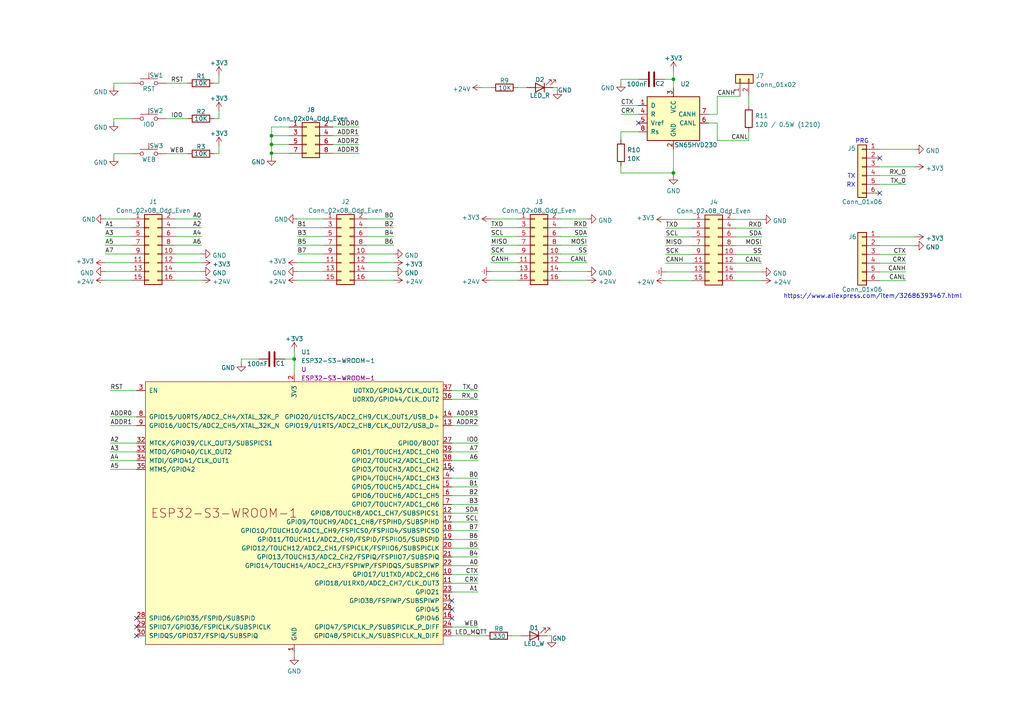
<source format=kicad_sch>
(kicad_sch (version 20211123) (generator eeschema)
  (paper "A4")
  (title_block (title "dvert") (date "2023-05-08") (rev "1.2") (company "www.iotvertebrae.com") (comment 1 "Mechanical design: Xavier Pi") (comment 2 "Circuit & PCB design: Jordi Binefa"))
  (lib_symbols
    (symbol "Connector_Generic:Conn_01x02" (pin_names (offset 1.016) hide)
      (property "Reference" "J" (at 0 2.54 0))
      (property "Value" "Conn_01x02" (at 0 -5.08 0))
      (symbol "Conn_01x02_1_1"
        (rectangle (start -1.27 -2.413) (end 0 -2.667) (stroke (width 0.1524)))
        (rectangle (start -1.27 0.127) (end 0 -0.127) (stroke (width 0.1524)))
        (rectangle (start -1.27 1.27) (end 1.27 -3.81) (stroke (width 0.254)) (fill (type background)))
        (pin passive line (at -5.08 0 0) (length 3.81) (name "Pin_1") (number "1"))
        (pin passive line (at -5.08 -2.54 0) (length 3.81) (name "Pin_2") (number "2"))
      )
    )
    (symbol "Connector_Generic:Conn_01x06" (pin_names (offset 1.016) hide)
      (property "Reference" "J" (at 0 7.62 0))
      (property "Value" "Conn_01x06" (at 0 -10.16 0))
      (symbol "Conn_01x06_1_1"
        (rectangle (start -1.27 -7.493) (end 0 -7.747) (stroke (width 0.1524)))
        (rectangle (start -1.27 -4.953) (end 0 -5.207) (stroke (width 0.1524)))
        (rectangle (start -1.27 -2.413) (end 0 -2.667) (stroke (width 0.1524)))
        (rectangle (start -1.27 0.127) (end 0 -0.127) (stroke (width 0.1524)))
        (rectangle (start -1.27 2.667) (end 0 2.413) (stroke (width 0.1524)))
        (rectangle (start -1.27 5.207) (end 0 4.953) (stroke (width 0.1524)))
        (rectangle (start -1.27 6.35) (end 1.27 -8.89) (stroke (width 0.254)) (fill (type background)))
        (pin passive line (at -5.08 5.08 0) (length 3.81) (name "Pin_1") (number "1"))
        (pin passive line (at -5.08 2.54 0) (length 3.81) (name "Pin_2") (number "2"))
        (pin passive line (at -5.08 0 0) (length 3.81) (name "Pin_3") (number "3"))
        (pin passive line (at -5.08 -2.54 0) (length 3.81) (name "Pin_4") (number "4"))
        (pin passive line (at -5.08 -5.08 0) (length 3.81) (name "Pin_5") (number "5"))
        (pin passive line (at -5.08 -7.62 0) (length 3.81) (name "Pin_6") (number "6"))
      )
    )
    (symbol "Connector_Generic:Conn_02x04_Odd_Even" (pin_names (offset 1.016) hide)
      (property "Reference" "J" (at 1.27 5.08 0))
      (property "Value" "Conn_02x04_Odd_Even" (at 1.27 -7.62 0))
      (symbol "Conn_02x04_Odd_Even_1_1"
        (rectangle (start -1.27 -4.953) (end 0 -5.207) (stroke (width 0.1524)))
        (rectangle (start -1.27 -2.413) (end 0 -2.667) (stroke (width 0.1524)))
        (rectangle (start -1.27 0.127) (end 0 -0.127) (stroke (width 0.1524)))
        (rectangle (start -1.27 2.667) (end 0 2.413) (stroke (width 0.1524)))
        (rectangle (start -1.27 3.81) (end 3.81 -6.35) (stroke (width 0.254)) (fill (type background)))
        (rectangle (start 3.81 -4.953) (end 2.54 -5.207) (stroke (width 0.1524)))
        (rectangle (start 3.81 -2.413) (end 2.54 -2.667) (stroke (width 0.1524)))
        (rectangle (start 3.81 0.127) (end 2.54 -0.127) (stroke (width 0.1524)))
        (rectangle (start 3.81 2.667) (end 2.54 2.413) (stroke (width 0.1524)))
        (pin passive line (at -5.08 2.54 0) (length 3.81) (name "Pin_1") (number "1"))
        (pin passive line (at 7.62 2.54 180) (length 3.81) (name "Pin_2") (number "2"))
        (pin passive line (at -5.08 0 0) (length 3.81) (name "Pin_3") (number "3"))
        (pin passive line (at 7.62 0 180) (length 3.81) (name "Pin_4") (number "4"))
        (pin passive line (at -5.08 -2.54 0) (length 3.81) (name "Pin_5") (number "5"))
        (pin passive line (at 7.62 -2.54 180) (length 3.81) (name "Pin_6") (number "6"))
        (pin passive line (at -5.08 -5.08 0) (length 3.81) (name "Pin_7") (number "7"))
        (pin passive line (at 7.62 -5.08 180) (length 3.81) (name "Pin_8") (number "8"))
      )
    )
    (symbol "Connector_Generic:Conn_02x08_Odd_Even" (pin_names (offset 1.016) hide)
      (property "Reference" "J" (at 1.27 10.16 0))
      (property "Value" "Conn_02x08_Odd_Even" (at 1.27 -12.7 0))
      (symbol "Conn_02x08_Odd_Even_1_1"
        (rectangle (start -1.27 -10.033) (end 0 -10.287) (stroke (width 0.1524)))
        (rectangle (start -1.27 -7.493) (end 0 -7.747) (stroke (width 0.1524)))
        (rectangle (start -1.27 -4.953) (end 0 -5.207) (stroke (width 0.1524)))
        (rectangle (start -1.27 -2.413) (end 0 -2.667) (stroke (width 0.1524)))
        (rectangle (start -1.27 0.127) (end 0 -0.127) (stroke (width 0.1524)))
        (rectangle (start -1.27 2.667) (end 0 2.413) (stroke (width 0.1524)))
        (rectangle (start -1.27 5.207) (end 0 4.953) (stroke (width 0.1524)))
        (rectangle (start -1.27 7.747) (end 0 7.493) (stroke (width 0.1524)))
        (rectangle (start -1.27 8.89) (end 3.81 -11.43) (stroke (width 0.254)) (fill (type background)))
        (rectangle (start 3.81 -10.033) (end 2.54 -10.287) (stroke (width 0.1524)))
        (rectangle (start 3.81 -7.493) (end 2.54 -7.747) (stroke (width 0.1524)))
        (rectangle (start 3.81 -4.953) (end 2.54 -5.207) (stroke (width 0.1524)))
        (rectangle (start 3.81 -2.413) (end 2.54 -2.667) (stroke (width 0.1524)))
        (rectangle (start 3.81 0.127) (end 2.54 -0.127) (stroke (width 0.1524)))
        (rectangle (start 3.81 2.667) (end 2.54 2.413) (stroke (width 0.1524)))
        (rectangle (start 3.81 5.207) (end 2.54 4.953) (stroke (width 0.1524)))
        (rectangle (start 3.81 7.747) (end 2.54 7.493) (stroke (width 0.1524)))
        (pin passive line (at -5.08 7.62 0) (length 3.81) (name "Pin_1") (number "1"))
        (pin passive line (at 7.62 -2.54 180) (length 3.81) (name "Pin_10") (number "10"))
        (pin passive line (at -5.08 -5.08 0) (length 3.81) (name "Pin_11") (number "11"))
        (pin passive line (at 7.62 -5.08 180) (length 3.81) (name "Pin_12") (number "12"))
        (pin passive line (at -5.08 -7.62 0) (length 3.81) (name "Pin_13") (number "13"))
        (pin passive line (at 7.62 -7.62 180) (length 3.81) (name "Pin_14") (number "14"))
        (pin passive line (at -5.08 -10.16 0) (length 3.81) (name "Pin_15") (number "15"))
        (pin passive line (at 7.62 -10.16 180) (length 3.81) (name "Pin_16") (number "16"))
        (pin passive line (at 7.62 7.62 180) (length 3.81) (name "Pin_2") (number "2"))
        (pin passive line (at -5.08 5.08 0) (length 3.81) (name "Pin_3") (number "3"))
        (pin passive line (at 7.62 5.08 180) (length 3.81) (name "Pin_4") (number "4"))
        (pin passive line (at -5.08 2.54 0) (length 3.81) (name "Pin_5") (number "5"))
        (pin passive line (at 7.62 2.54 180) (length 3.81) (name "Pin_6") (number "6"))
        (pin passive line (at -5.08 0 0) (length 3.81) (name "Pin_7") (number "7"))
        (pin passive line (at 7.62 0 180) (length 3.81) (name "Pin_8") (number "8"))
        (pin passive line (at -5.08 -2.54 0) (length 3.81) (name "Pin_9") (number "9"))
      )
    )
    (symbol "Device:C" (pin_numbers hide) (pin_names (offset 0.254))
      (property "Reference" "C" (at 0.635 2.54 0))
      (property "Value" "C" (at 0.635 -2.54 0))
      (symbol "C_0_1"
        (polyline (pts (xy -2.032 -0.762) (xy 2.032 -0.762)) (stroke (width 0.508)))
        (polyline (pts (xy -2.032 0.762) (xy 2.032 0.762)) (stroke (width 0.508)))
      )
      (symbol "C_1_1"
        (pin passive line (at 0 3.81 270) (length 2.794) (name "~") (number "1"))
        (pin passive line (at 0 -3.81 90) (length 2.794) (name "~") (number "2"))
      )
    )
    (symbol "Device:LED" (pin_numbers hide) (pin_names (offset 1.016) hide)
      (property "Reference" "D" (at 0 2.54 0))
      (property "Value" "LED" (at 0 -2.54 0))
      (symbol "LED_0_1"
        (polyline (pts (xy -1.27 -1.27) (xy -1.27 1.27)) (stroke (width 0.254)))
        (polyline (pts (xy -1.27 0) (xy 1.27 0)))
        (polyline (pts (xy 1.27 -1.27) (xy 1.27 1.27) (xy -1.27 0) (xy 1.27 -1.27)) (stroke (width 0.254)))
        (polyline (pts (xy -3.048 -0.762) (xy -4.572 -2.286) (xy -3.81 -2.286) (xy -4.572 -2.286) (xy -4.572 -1.524)))
        (polyline (pts (xy -1.778 -0.762) (xy -3.302 -2.286) (xy -2.54 -2.286) (xy -3.302 -2.286) (xy -3.302 -1.524)))
      )
      (symbol "LED_1_1"
        (pin passive line (at -3.81 0 0) (length 2.54) (name "K") (number "1"))
        (pin passive line (at 3.81 0 180) (length 2.54) (name "A") (number "2"))
      )
    )
    (symbol "Device:R" (pin_numbers hide) (pin_names (offset 0))
      (property "Reference" "R" (at 2.032 0 90))
      (property "Value" "R" (at 0 0 90))
      (symbol "R_0_1"
        (rectangle (start -1.016 -2.54) (end 1.016 2.54) (stroke (width 0.254)))
      )
      (symbol "R_1_1"
        (pin passive line (at 0 3.81 270) (length 1.27) (name "~") (number "1"))
        (pin passive line (at 0 -3.81 90) (length 1.27) (name "~") (number "2"))
      )
    )
    (symbol "Espressif:ESP32-S3-WROOM-1" (pin_names (offset 1.016))
      (property "Value" "ESP32-S3-WROOM-1" (at 0 0 0))
      (property "Reference_1" "U" (at -43.18 43.18 0))
      (property "Value_1" "ESP32-S3-WROOM-1" (at -43.18 40.64 0))
      (symbol "ESP32-S3-WROOM-1_0_0"
        (text "ESP32-S3-WROOM-1" (at -20.32 0 0) (effects (font (size 2.54 2.54))))
        (pin power_in line (at 0 -40.64 90) (length 2.54) (name "GND") (number "1"))
        (pin bidirectional line (at 45.72 -17.78 180) (length 2.54) (name "GPIO17/U1TXD/ADC2_CH6") (number "10"))
        (pin bidirectional line (at 45.72 -20.32 180) (length 2.54) (name "GPIO18/U1RXD/ADC2_CH7/CLK_OUT3") (number "11"))
        (pin bidirectional line (at 45.72 0 180) (length 2.54) (name "GPIO8/TOUCH8/ADC1_CH7/SUBSPICS1") (number "12"))
        (pin bidirectional line (at 45.72 25.4 180) (length 2.54) (name "GPIO19/U1RTS/ADC2_CH8/CLK_OUT2/USB_D-") (number "13"))
        (pin bidirectional line (at 45.72 27.94 180) (length 2.54) (name "GPIO20/U1CTS/ADC2_CH9/CLK_OUT1/USB_D+") (number "14"))
        (pin bidirectional line (at 45.72 12.7 180) (length 2.54) (name "GPIO3/TOUCH3/ADC1_CH2") (number "15"))
        (pin bidirectional line (at 45.72 -30.48 180) (length 2.54) (name "GPIO46") (number "16"))
        (pin bidirectional line (at 45.72 -2.54 180) (length 2.54) (name "GPIO9/TOUCH9/ADC1_CH8/FSPIHD/SUBSPIHD") (number "17"))
        (pin bidirectional line (at 45.72 -5.08 180) (length 2.54) (name "GPIO10/TOUCH10/ADC1_CH9/FSPICS0/FSPIIO4/SUBSPICS0") (number "18"))
        (pin bidirectional line (at 45.72 -7.62 180) (length 2.54) (name "GPIO11/TOUCH11/ADC2_CH0/FSPID/FSPIIO5/SUBSPID") (number "19"))
        (pin power_in line (at 0 40.64 270) (length 2.54) (name "3V3") (number "2"))
        (pin bidirectional line (at 45.72 -10.16 180) (length 2.54) (name "GPIO12/TOUCH12/ADC2_CH1/FSPICLK/FSPIIO6/SUBSPICLK") (number "20"))
        (pin bidirectional line (at 45.72 -12.7 180) (length 2.54) (name "GPIO13/TOUCH13/ADC2_CH2/FSPIQ/FSPIIO7/SUBSPIQ") (number "21"))
        (pin bidirectional line (at 45.72 -15.24 180) (length 2.54) (name "GPIO14/TOUCH14/ADC2_CH3/FSPIWP/FSPIDQS/SUBSPIWP") (number "22"))
        (pin bidirectional line (at 45.72 -22.86 180) (length 2.54) (name "GPIO21") (number "23"))
        (pin bidirectional line (at 45.72 -33.02 180) (length 2.54) (name "GPIO47/SPICLK_P/SUBSPICLK_P_DIFF") (number "24"))
        (pin bidirectional line (at 45.72 -35.56 180) (length 2.54) (name "GPIO48/SPICLK_N/SUBSPICLK_N_DIFF") (number "25"))
        (pin bidirectional line (at 45.72 -27.94 180) (length 2.54) (name "GPIO45") (number "26"))
        (pin bidirectional line (at 45.72 20.32 180) (length 2.54) (name "GPIO0/BOOT") (number "27"))
        (pin bidirectional line (at -45.72 -30.48 0) (length 2.54) (name "SPIIO6/GPIO35/FSPID/SUBSPID") (number "28"))
        (pin bidirectional line (at -45.72 -33.02 0) (length 2.54) (name "SPIIO7/GPIO36/FSPICLK/SUBSPICLK") (number "29"))
        (pin input line (at -45.72 35.56 0) (length 2.54) (name "EN") (number "3"))
        (pin bidirectional line (at -45.72 -35.56 0) (length 2.54) (name "SPIDQS/GPIO37/FSPIQ/SUBSPIQ") (number "30"))
        (pin bidirectional line (at 45.72 -25.4 180) (length 2.54) (name "GPIO38/FSPIWP/SUBSPIWP") (number "31"))
        (pin bidirectional line (at -45.72 20.32 0) (length 2.54) (name "MTCK/GPIO39/CLK_OUT3/SUBSPICS1") (number "32"))
        (pin bidirectional line (at -45.72 17.78 0) (length 2.54) (name "MTDO/GPIO40/CLK_OUT2") (number "33"))
        (pin bidirectional line (at -45.72 15.24 0) (length 2.54) (name "MTDI/GPIO41/CLK_OUT1") (number "34"))
        (pin bidirectional line (at -45.72 12.7 0) (length 2.54) (name "MTMS/GPIO42") (number "35"))
        (pin bidirectional line (at 45.72 33.02 180) (length 2.54) (name "U0RXD/GPIO44/CLK_OUT2") (number "36"))
        (pin bidirectional line (at 45.72 35.56 180) (length 2.54) (name "U0TXD/GPIO43/CLK_OUT1") (number "37"))
        (pin bidirectional line (at 45.72 15.24 180) (length 2.54) (name "GPIO2/TOUCH2/ADC1_CH1") (number "38"))
        (pin bidirectional line (at 45.72 17.78 180) (length 2.54) (name "GPIO1/TOUCH1/ADC1_CH0") (number "39"))
        (pin bidirectional line (at 45.72 10.16 180) (length 2.54) (name "GPIO4/TOUCH4/ADC1_CH3") (number "4"))
        (pin passive line (at 0 -40.64 90) (length 2.54) hide (name "GND") (number "40"))
        (pin passive line (at 0 -40.64 90) (length 2.54) hide (name "GND") (number "41"))
        (pin bidirectional line (at 45.72 7.62 180) (length 2.54) (name "GPIO5/TOUCH5/ADC1_CH4") (number "5"))
        (pin bidirectional line (at 45.72 5.08 180) (length 2.54) (name "GPIO6/TOUCH6/ADC1_CH5") (number "6"))
        (pin bidirectional line (at 45.72 2.54 180) (length 2.54) (name "GPIO7/TOUCH7/ADC1_CH6") (number "7"))
        (pin bidirectional line (at -45.72 27.94 0) (length 2.54) (name "GPIO15/U0RTS/ADC2_CH4/XTAL_32K_P") (number "8"))
        (pin bidirectional line (at -45.72 25.4 0) (length 2.54) (name "GPIO16/U0CTS/ADC2_CH5/XTAL_32K_N") (number "9"))
      )
      (symbol "ESP32-S3-WROOM-1_0_1"
        (rectangle (start -43.18 38.1) (end 43.18 -38.1) (fill (type background)))
      )
    )
    (symbol "Interface_CAN_LIN:SN65HVD230" (pin_names (offset 1.016))
      (property "Reference" "U" (at -2.54 10.16 0))
      (property "Value" "SN65HVD230" (at -2.54 7.62 0))
      (symbol "SN65HVD230_0_1"
        (rectangle (start -7.62 5.08) (end 7.62 -7.62) (stroke (width 0.254)) (fill (type background)))
      )
      (symbol "SN65HVD230_1_1"
        (pin input line (at -10.16 2.54 0) (length 2.54) (name "D") (number "1"))
        (pin power_in line (at 0 -10.16 90) (length 2.54) (name "GND") (number "2"))
        (pin power_in line (at 0 7.62 270) (length 2.54) (name "VCC") (number "3"))
        (pin output line (at -10.16 0 0) (length 2.54) (name "R") (number "4"))
        (pin output line (at -10.16 -2.54 0) (length 2.54) (name "Vref") (number "5"))
        (pin bidirectional line (at 10.16 -2.54 180) (length 2.54) (name "CANL") (number "6"))
        (pin bidirectional line (at 10.16 0 180) (length 2.54) (name "CANH") (number "7"))
        (pin input line (at -10.16 -5.08 0) (length 2.54) (name "Rs") (number "8"))
      )
    )
    (symbol "Switch:SW_Push" (pin_numbers hide) (pin_names (offset 1.016) hide)
      (property "Reference" "SW" (at 1.27 2.54 0))
      (property "Value" "SW_Push" (at 0 -1.524 0))
      (symbol "SW_Push_0_1"
        (circle (center -2.032 0) (radius 0.508))
        (polyline (pts (xy 0 1.27) (xy 0 3.048)))
        (polyline (pts (xy 2.54 1.27) (xy -2.54 1.27)))
        (circle (center 2.032 0) (radius 0.508))
        (pin passive line (at -5.08 0 0) (length 2.54) (name "1") (number "1"))
        (pin passive line (at 5.08 0 180) (length 2.54) (name "2") (number "2"))
      )
    )
    (symbol "power:+24V" (power) (pin_names (offset 0))
      (property "Value" "+24V" (at 0 3.556 0))
      (symbol "+24V_0_1"
        (polyline (pts (xy -0.762 1.27) (xy 0 2.54)))
        (polyline (pts (xy 0 0) (xy 0 2.54)))
        (polyline (pts (xy 0 2.54) (xy 0.762 1.27)))
      )
      (symbol "+24V_1_1"
        (pin power_in line (at 0 0 90) (length 0) hide (name "+24V") (number "1"))
      )
    )
    (symbol "power:+3V3" (power) (pin_names (offset 0))
      (property "Value" "+3V3" (at 0 3.556 0))
      (symbol "+3V3_0_1"
        (polyline (pts (xy -0.762 1.27) (xy 0 2.54)))
        (polyline (pts (xy 0 0) (xy 0 2.54)))
        (polyline (pts (xy 0 2.54) (xy 0.762 1.27)))
      )
      (symbol "+3V3_1_1"
        (pin power_in line (at 0 0 90) (length 0) hide (name "+3V3") (number "1"))
      )
    )
    (symbol "power:Earth" (power) (pin_names (offset 0))
      (symbol "Earth_0_1"
        (polyline (pts (xy -0.635 -1.905) (xy 0.635 -1.905)))
        (polyline (pts (xy -0.127 -2.54) (xy 0.127 -2.54)))
        (polyline (pts (xy 0 -1.27) (xy 0 0)))
        (polyline (pts (xy 1.27 -1.27) (xy -1.27 -1.27)))
      )
      (symbol "Earth_1_1"
        (pin power_in line (at 0 0 270) (length 0) hide (name "Earth") (number "1"))
      )
    )
    (symbol "power:GND" (power) (pin_names (offset 0))
      (property "Value" "GND" (at 0 -3.81 0))
      (symbol "GND_0_1"
        (polyline (pts (xy 0 0) (xy 0 -1.27) (xy 1.27 -1.27) (xy 0 -2.54) (xy -1.27 -1.27) (xy 0 -1.27)))
      )
      (symbol "GND_1_1"
        (pin power_in line (at 0 0 270) (length 0) hide (name "GND") (number "1"))
      )
    )
  )
  (junction (at 195.326 50.165))
  (junction (at 78.74 39.37))
  (junction (at 85.344 104.14))
  (junction (at 78.74 44.45))
  (junction (at 195.326 22.987))
  (junction (at 78.74 41.91))
  (no_connect (at 131.064 136.144))
  (no_connect (at 39.624 179.324))
  (no_connect (at 131.064 174.244))
  (no_connect (at 255.143 45.847))
  (no_connect (at 255.143 56.007))
  (no_connect (at 39.624 184.404))
  (no_connect (at 39.624 181.864))
  (no_connect (at 131.064 176.784))
  (no_connect (at 131.064 179.324))
  (no_connect (at 185.166 35.687))
  (wire (pts (xy 78.74 44.45) (xy 83.82 44.45)))
  (wire (pts (xy 48.26 24.13) (xy 54.483 24.13)))
  (wire (pts (xy 149.987 66.04) (xy 142.367 66.04)))
  (wire (pts (xy 160.02 184.404) (xy 160.02 185.166)))
  (wire (pts (xy 195.326 22.987) (xy 195.326 25.527)))
  (wire (pts (xy 200.66 63.627) (xy 193.04 63.627)))
  (wire (pts (xy 170.307 81.28) (xy 162.687 81.28)))
  (wire (pts (xy 33.02 34.417) (xy 33.02 35.433)))
  (wire (pts (xy 131.064 184.404) (xy 140.843 184.404)))
  (wire (pts (xy 220.98 81.407) (xy 213.36 81.407)))
  (wire (pts (xy 63.5 42.291) (xy 63.5 44.577)))
  (wire (pts (xy 85.344 104.14) (xy 85.344 108.204)))
  (wire (pts (xy 200.66 81.407) (xy 193.04 81.407)))
  (wire (pts (xy 33.02 44.577) (xy 33.02 45.593)))
  (wire (pts (xy 50.8 76.2) (xy 58.42 76.2)))
  (wire (pts (xy 32.004 123.444) (xy 39.624 123.444)))
  (wire (pts (xy 170.307 78.74) (xy 162.687 78.74)))
  (wire (pts (xy 58.42 68.58) (xy 50.8 68.58)))
  (wire (pts (xy 58.42 63.5) (xy 50.8 63.5)))
  (wire (pts (xy 170.307 73.66) (xy 162.687 73.66)))
  (wire (pts (xy 96.52 44.45) (xy 104.14 44.45)))
  (wire (pts (xy 200.66 76.327) (xy 193.04 76.327)))
  (wire (pts (xy 149.987 73.66) (xy 142.367 73.66)))
  (wire (pts (xy 131.064 131.064) (xy 138.684 131.064)))
  (wire (pts (xy 93.853 66.04) (xy 86.233 66.04)))
  (wire (pts (xy 69.977 104.14) (xy 69.977 105.156)))
  (wire (pts (xy 78.74 41.91) (xy 78.74 44.45)))
  (wire (pts (xy 78.74 41.91) (xy 83.82 41.91)))
  (wire (pts (xy 93.853 63.5) (xy 86.233 63.5)))
  (wire (pts (xy 255.143 53.467) (xy 262.763 53.467)))
  (wire (pts (xy 255.143 43.307) (xy 265.303 43.307)))
  (wire (pts (xy 93.853 78.74) (xy 86.233 78.74)))
  (wire (pts (xy 149.987 63.5) (xy 142.367 63.5)))
  (wire (pts (xy 82.677 104.14) (xy 85.344 104.14)))
  (wire (pts (xy 131.064 166.624) (xy 138.684 166.624)))
  (wire (pts (xy 180.086 22.987) (xy 180.086 24.003)))
  (wire (pts (xy 131.064 159.004) (xy 138.684 159.004)))
  (wire (pts (xy 58.42 71.12) (xy 50.8 71.12)))
  (wire (pts (xy 185.166 22.987) (xy 180.086 22.987)))
  (wire (pts (xy 78.74 36.83) (xy 78.74 39.37)))
  (wire (pts (xy 220.98 63.627) (xy 213.36 63.627)))
  (wire (pts (xy 131.064 143.764) (xy 138.684 143.764)))
  (wire (pts (xy 205.486 33.147) (xy 208.026 33.147)))
  (wire (pts (xy 131.064 164.084) (xy 138.684 164.084)))
  (wire (pts (xy 96.52 39.37) (xy 104.14 39.37)))
  (wire (pts (xy 96.52 36.83) (xy 104.14 36.83)))
  (wire (pts (xy 62.103 34.417) (xy 63.5 34.417)))
  (wire (pts (xy 131.064 141.224) (xy 138.684 141.224)))
  (wire (pts (xy 255.143 68.707) (xy 265.303 68.707)))
  (wire (pts (xy 255.143 78.867) (xy 262.763 78.867)))
  (wire (pts (xy 58.42 66.04) (xy 50.8 66.04)))
  (wire (pts (xy 255.143 71.247) (xy 265.303 71.247)))
  (wire (pts (xy 62.103 44.577) (xy 63.5 44.577)))
  (wire (pts (xy 200.66 78.867) (xy 193.04 78.867)))
  (wire (pts (xy 220.98 68.707) (xy 213.36 68.707)))
  (wire (pts (xy 38.1 24.13) (xy 33.02 24.13)))
  (wire (pts (xy 149.987 78.74) (xy 142.367 78.74)))
  (wire (pts (xy 58.42 81.28) (xy 50.8 81.28)))
  (wire (pts (xy 38.1 66.04) (xy 30.48 66.04)))
  (wire (pts (xy 180.086 30.607) (xy 185.166 30.607)))
  (wire (pts (xy 38.1 71.12) (xy 30.48 71.12)))
  (wire (pts (xy 32.004 133.604) (xy 39.624 133.604)))
  (wire (pts (xy 170.307 63.5) (xy 162.687 63.5)))
  (wire (pts (xy 131.064 133.604) (xy 138.684 133.604)))
  (wire (pts (xy 160.401 25.4) (xy 161.671 25.4)))
  (wire (pts (xy 180.086 48.133) (xy 180.086 50.165)))
  (wire (pts (xy 63.5 32.131) (xy 63.5 34.417)))
  (wire (pts (xy 38.1 63.5) (xy 30.48 63.5)))
  (wire (pts (xy 131.064 171.704) (xy 138.684 171.704)))
  (wire (pts (xy 131.064 169.164) (xy 138.684 169.164)))
  (wire (pts (xy 114.173 66.04) (xy 106.553 66.04)))
  (wire (pts (xy 180.086 33.147) (xy 185.166 33.147)))
  (wire (pts (xy 131.064 161.544) (xy 138.684 161.544)))
  (wire (pts (xy 208.026 40.767) (xy 208.026 35.687)))
  (wire (pts (xy 32.004 131.064) (xy 39.624 131.064)))
  (wire (pts (xy 200.66 73.787) (xy 193.04 73.787)))
  (wire (pts (xy 200.66 66.167) (xy 193.04 66.167)))
  (wire (pts (xy 32.004 113.284) (xy 39.624 113.284)))
  (wire (pts (xy 38.1 68.58) (xy 30.48 68.58)))
  (wire (pts (xy 131.064 151.384) (xy 138.684 151.384)))
  (wire (pts (xy 255.143 76.327) (xy 262.763 76.327)))
  (wire (pts (xy 48.26 34.417) (xy 54.483 34.417)))
  (wire (pts (xy 208.026 27.94) (xy 208.026 33.147)))
  (wire (pts (xy 58.42 73.66) (xy 50.8 73.66)))
  (wire (pts (xy 78.74 39.37) (xy 83.82 39.37)))
  (wire (pts (xy 114.173 63.5) (xy 106.553 63.5)))
  (wire (pts (xy 149.987 68.58) (xy 142.367 68.58)))
  (wire (pts (xy 85.344 189.484) (xy 85.344 190.246)))
  (wire (pts (xy 220.98 78.867) (xy 213.36 78.867)))
  (wire (pts (xy 38.1 76.2) (xy 30.48 76.2)))
  (wire (pts (xy 114.173 73.66) (xy 106.553 73.66)))
  (wire (pts (xy 255.143 48.387) (xy 265.303 48.387)))
  (wire (pts (xy 48.26 44.577) (xy 54.483 44.577)))
  (wire (pts (xy 114.173 71.12) (xy 106.553 71.12)))
  (wire (pts (xy 131.064 115.824) (xy 138.684 115.824)))
  (wire (pts (xy 63.5 21.844) (xy 63.5 24.13)))
  (wire (pts (xy 32.004 120.904) (xy 39.624 120.904)))
  (wire (pts (xy 131.064 120.904) (xy 138.684 120.904)))
  (wire (pts (xy 93.853 76.2) (xy 86.233 76.2)))
  (wire (pts (xy 170.307 68.58) (xy 162.687 68.58)))
  (wire (pts (xy 114.173 78.74) (xy 106.553 78.74)))
  (wire (pts (xy 195.326 20.447) (xy 195.326 22.987)))
  (wire (pts (xy 38.1 73.66) (xy 30.48 73.66)))
  (wire (pts (xy 195.326 50.165) (xy 195.326 50.927)))
  (wire (pts (xy 38.1 34.417) (xy 33.02 34.417)))
  (wire (pts (xy 255.143 73.787) (xy 262.763 73.787)))
  (wire (pts (xy 85.344 101.854) (xy 85.344 104.14)))
  (wire (pts (xy 208.026 35.687) (xy 205.486 35.687)))
  (wire (pts (xy 208.026 40.767) (xy 217.17 40.767)))
  (wire (pts (xy 83.82 36.83) (xy 78.74 36.83)))
  (wire (pts (xy 255.143 81.407) (xy 262.763 81.407)))
  (wire (pts (xy 96.52 41.91) (xy 104.14 41.91)))
  (wire (pts (xy 114.173 68.58) (xy 106.553 68.58)))
  (wire (pts (xy 195.326 43.307) (xy 195.326 50.165)))
  (wire (pts (xy 131.064 123.444) (xy 138.684 123.444)))
  (wire (pts (xy 185.166 38.227) (xy 180.086 38.227)))
  (wire (pts (xy 78.74 39.37) (xy 78.74 41.91)))
  (wire (pts (xy 93.853 71.12) (xy 86.233 71.12)))
  (wire (pts (xy 131.064 148.844) (xy 138.684 148.844)))
  (wire (pts (xy 255.143 50.927) (xy 262.763 50.927)))
  (wire (pts (xy 131.064 156.464) (xy 138.684 156.464)))
  (wire (pts (xy 213.36 76.327) (xy 220.98 76.327)))
  (wire (pts (xy 106.553 76.2) (xy 114.173 76.2)))
  (wire (pts (xy 217.17 38.227) (xy 217.17 40.767)))
  (wire (pts (xy 149.987 76.2) (xy 142.367 76.2)))
  (wire (pts (xy 200.66 71.247) (xy 193.04 71.247)))
  (wire (pts (xy 75.057 104.14) (xy 69.977 104.14)))
  (wire (pts (xy 93.853 81.28) (xy 86.233 81.28)))
  (wire (pts (xy 93.853 73.66) (xy 86.233 73.66)))
  (wire (pts (xy 58.42 78.74) (xy 50.8 78.74)))
  (wire (pts (xy 131.064 153.924) (xy 138.684 153.924)))
  (wire (pts (xy 33.02 24.13) (xy 33.02 25.146)))
  (wire (pts (xy 217.17 27.94) (xy 217.17 30.607)))
  (wire (pts (xy 220.98 71.247) (xy 213.36 71.247)))
  (wire (pts (xy 158.75 184.404) (xy 160.02 184.404)))
  (wire (pts (xy 192.786 22.987) (xy 195.326 22.987)))
  (wire (pts (xy 131.064 113.284) (xy 138.684 113.284)))
  (wire (pts (xy 170.307 66.04) (xy 162.687 66.04)))
  (wire (pts (xy 38.1 78.74) (xy 30.48 78.74)))
  (wire (pts (xy 131.064 128.524) (xy 138.684 128.524)))
  (wire (pts (xy 170.307 71.12) (xy 162.687 71.12)))
  (wire (pts (xy 214.63 27.94) (xy 208.026 27.94)))
  (wire (pts (xy 220.98 73.787) (xy 213.36 73.787)))
  (wire (pts (xy 149.987 71.12) (xy 142.367 71.12)))
  (wire (pts (xy 200.66 68.707) (xy 193.04 68.707)))
  (wire (pts (xy 220.98 66.167) (xy 213.36 66.167)))
  (wire (pts (xy 162.687 76.2) (xy 170.307 76.2)))
  (wire (pts (xy 149.987 81.28) (xy 142.367 81.28)))
  (wire (pts (xy 150.114 25.4) (xy 152.781 25.4)))
  (wire (pts (xy 180.086 38.227) (xy 180.086 40.513)))
  (wire (pts (xy 161.671 25.4) (xy 161.671 26.162)))
  (wire (pts (xy 62.103 24.13) (xy 63.5 24.13)))
  (wire (pts (xy 131.064 181.864) (xy 138.684 181.864)))
  (wire (pts (xy 180.086 50.165) (xy 195.326 50.165)))
  (wire (pts (xy 38.1 44.577) (xy 33.02 44.577)))
  (wire (pts (xy 38.1 81.28) (xy 30.48 81.28)))
  (wire (pts (xy 131.064 146.304) (xy 138.684 146.304)))
  (wire (pts (xy 32.004 128.524) (xy 39.624 128.524)))
  (wire (pts (xy 78.74 44.45) (xy 78.74 45.466)))
  (wire (pts (xy 93.853 68.58) (xy 86.233 68.58)))
  (wire (pts (xy 139.7 25.4) (xy 142.494 25.4)))
  (wire (pts (xy 32.004 136.144) (xy 39.624 136.144)))
  (wire (pts (xy 131.064 138.684) (xy 138.684 138.684)))
  (wire (pts (xy 114.173 81.28) (xy 106.553 81.28)))
  (wire (pts (xy 148.463 184.404) (xy 151.13 184.404)))
  (text "RX" (at 245.491 54.483 0) (effects (font (size 1.27 1.27)) (justify left bottom)))
  (text "https://www.aliexpress.com/item/32686393467.html" (at 227.203 86.741 0) (effects (font (size 1.27 1.27)) (justify left bottom)))
  (text "TX" (at 245.745 51.943 0) (effects (font (size 1.27 1.27)) (justify left bottom)))
  (text "PRG" (at 248.031 41.783 0) (effects (font (size 1.27 1.27)) (justify left bottom)))
  (label "SCK" (at 142.367 73.66 0))
  (label "A4" (at 32.004 133.604 0))
  (label "CANH" (at 193.04 76.327 0))
  (label "A5" (at 30.48 71.12 0))
  (label "TXD" (at 193.04 66.167 0))
  (label "RX_0" (at 138.684 115.824 180))
  (label "ADDR0" (at 104.14 36.83 180))
  (label "TXD" (at 142.367 66.04 0))
  (label "SS" (at 220.98 73.787 180))
  (label "CANH" (at 208.026 27.94 0))
  (label "B3" (at 86.233 68.58 0))
  (label "A0" (at 138.684 164.084 180))
  (label "B1" (at 86.233 66.04 0))
  (label "ADDR3" (at 138.684 120.904 180))
  (label "RXD" (at 220.98 66.167 180))
  (label "RST" (at 32.004 113.284 0))
  (label "TX_0" (at 138.684 113.284 180))
  (label "A5" (at 32.004 136.144 0))
  (label "ADDR1" (at 104.14 39.37 180))
  (label "A6" (at 58.42 71.12 180))
  (label "B6" (at 114.173 71.12 180))
  (label "ADDR2" (at 138.684 123.444 180))
  (label "A1" (at 30.48 66.04 0))
  (label "ADDR2" (at 104.14 41.91 180))
  (label "A1" (at 138.684 171.704 180))
  (label "SCL" (at 193.04 68.707 0))
  (label "RST" (at 53.213 24.13 180))
  (label "A3" (at 30.48 68.58 0))
  (label "A3" (at 32.004 131.064 0))
  (label "B5" (at 138.684 159.004 180))
  (label "A2" (at 32.004 128.524 0))
  (label "B4" (at 138.684 161.544 180))
  (label "A0" (at 58.42 63.5 180))
  (label "A2" (at 58.42 66.04 180))
  (label "LED_MQTT" (at 131.953 184.404 0))
  (label "B1" (at 138.684 141.224 180))
  (label "B6" (at 138.684 156.464 180))
  (label "MOSI" (at 170.307 71.12 180))
  (label "WEB" (at 138.684 181.864 180))
  (label "SCK" (at 193.04 73.787 0))
  (label "A7" (at 30.48 73.66 0))
  (label "IO0" (at 138.684 128.524 180))
  (label "B0" (at 138.684 138.684 180))
  (label "ADDR0" (at 32.004 120.904 0))
  (label "B4" (at 114.173 68.58 180))
  (label "CRX" (at 262.763 76.327 180))
  (label "B5" (at 86.233 71.12 0))
  (label "CRX" (at 180.086 33.147 0))
  (label "B0" (at 114.173 63.5 180))
  (label "A7" (at 138.684 131.064 180))
  (label "MISO" (at 142.367 71.12 0))
  (label "MOSI" (at 220.98 71.247 180))
  (label "CRX" (at 138.684 169.164 180))
  (label "SDA" (at 138.684 148.844 180))
  (label "RX_0" (at 262.763 50.927 180))
  (label "RXD" (at 170.307 66.04 180))
  (label "CANH" (at 142.367 76.2 0))
  (label "TX_0" (at 262.763 53.467 180))
  (label "CTX" (at 180.086 30.607 0))
  (label "A6" (at 138.684 133.604 180))
  (label "CANL" (at 170.307 76.2 180))
  (label "ADDR3" (at 104.14 44.45 180))
  (label "MISO" (at 193.04 71.247 0))
  (label "B2" (at 114.173 66.04 180))
  (label "B7" (at 86.233 73.66 0))
  (label "SDA" (at 220.98 68.707 180))
  (label "CTX" (at 262.763 73.787 180))
  (label "A4" (at 58.42 68.58 180))
  (label "SS" (at 170.307 73.66 180))
  (label "IO0" (at 52.959 34.417 180))
  (label "SCL" (at 138.684 151.384 180))
  (label "CANL" (at 220.98 76.327 180))
  (label "CANL" (at 212.09 40.767 0))
  (label "B7" (at 138.684 153.924 180))
  (label "B3" (at 138.684 146.304 180))
  (label "SDA" (at 170.307 68.58 180))
  (label "CANL" (at 262.763 81.407 180))
  (label "CTX" (at 138.684 166.624 180))
  (label "WEB" (at 53.34 44.577 180))
  (label "B2" (at 138.684 143.764 180))
  (label "CANH" (at 262.763 78.867 180))
  (label "SCL" (at 142.367 68.58 0))
  (label "ADDR1" (at 32.004 123.444 0))
  (symbol (lib_id "power:+3V3") (at 63.5 42.291 0) (unit 1)
    (property "Reference" "#PWR014" (effects hide))
    (property "Value" "+3V3" (at 63.5 38.7152 0))
  )
  (symbol (lib_id "power:+3V3") (at 58.42 76.2 270) (unit 1)
    (property "Reference" "#PWR09" (effects hide))
    (property "Value" "+3V3" (at 61.595 76.6338 90) (effects (justify left)))
  )
  (symbol (lib_id "Connector_Generic:Conn_02x04_Odd_Even") (at 88.9 39.37 0) (unit 1)
    (property "Reference" "J8" (at 90.17 31.8602 0))
    (property "Value" "Conn_02x04_Odd_Even" (at 90.17 34.3971 0))
    (property "Footprint" "Connector_PinHeader_2.54mm:PinHeader_2x04_P2.54mm_Vertical" (effects hide))
  )
  (symbol (lib_id "Connector_Generic:Conn_01x06") (at 250.063 48.387 0) (mirror y) (unit 1)
    (property "Reference" "J5" (at 247.015 43.053 0))
    (property "Value" "Conn_01x06" (at 250.063 58.547 0))
    (property "Footprint" "Connector_PinSocket_2.54mm:PinSocket_1x06_P2.54mm_Vertical" (effects hide))
  )
  (symbol (lib_id "power:+3V3") (at 142.367 63.5 90) (unit 1)
    (property "Reference" "#PWR029" (effects hide))
    (property "Value" "+3V3" (at 139.192 63.0662 90) (effects (justify left)))
  )
  (symbol (lib_id "power:+24V") (at 58.42 81.28 270) (unit 1)
    (property "Reference" "#PWR011" (effects hide))
    (property "Value" "+24V" (at 61.595 81.7138 90) (effects (justify left)))
  )
  (symbol (lib_id "power:+3V3") (at 114.173 76.2 270) (unit 1)
    (property "Reference" "#PWR025" (effects hide))
    (property "Value" "+3V3" (at 117.348 76.6338 90) (effects (justify left)))
  )
  (symbol (lib_id "Connector_Generic:Conn_02x08_Odd_Even") (at 43.18 71.12 0) (unit 1)
    (property "Reference" "J1" (at 44.45 58.5302 0))
    (property "Value" "Conn_02x08_Odd_Even" (at 44.45 61.0671 0))
    (property "Footprint" "Connector_IDC:IDC-Header_2x08_P2.54mm_Vertical" (effects hide))
  )
  (symbol (lib_id "Device:C") (at 188.976 22.987 90) (unit 1)
    (property "Reference" "C2" (at 191.389 24.257 90))
    (property "Value" "100nF" (at 184.785 24.384 90))
    (property "Footprint" "Capacitor_SMD:C_0805_2012Metric_Pad1.18x1.45mm_HandSolder" (effects hide))
  )
  (symbol (lib_id "power:GND") (at 33.02 25.146 0) (unit 1)
    (property "Reference" "#PWR05" (effects hide))
    (property "Value" "GND" (at 29.21 26.67 0))
  )
  (symbol (lib_id "power:GND") (at 220.98 78.867 90) (unit 1)
    (property "Reference" "#PWR044" (effects hide))
    (property "Value" "GND" (at 224.155 79.3008 90) (effects (justify right)))
  )
  (symbol (lib_id "power:+24V") (at 86.233 81.28 90) (unit 1)
    (property "Reference" "#PWR022" (effects hide))
    (property "Value" "+24V" (at 83.058 81.7138 90) (effects (justify left)))
  )
  (symbol (lib_id "power:GND") (at 85.344 190.246 0) (unit 1)
    (property "Reference" "#PWR018" (effects hide))
    (property "Value" "GND" (at 85.344 194.6894 0))
  )
  (symbol (lib_id "power:+24V") (at 114.173 81.28 270) (unit 1)
    (property "Reference" "#PWR027" (effects hide))
    (property "Value" "+24V" (at 117.348 81.7138 90) (effects (justify left)))
  )
  (symbol (lib_id "power:Earth") (at 193.04 78.867 270) (unit 1)
    (property "Reference" "#PWR039" (effects hide))
    (property "Value" "Earth" (effects hide))
  )
  (symbol (lib_id "Device:R") (at 146.304 25.4 90) (unit 1)
    (property "Reference" "R9" (at 146.304 23.368 90))
    (property "Value" "10K" (at 146.431 25.527 90))
    (property "Footprint" "Resistor_SMD:R_0805_2012Metric_Pad1.20x1.40mm_HandSolder" (effects hide))
  )
  (symbol (lib_id "power:+24V") (at 139.7 25.4 90) (unit 1)
    (property "Reference" "#PWR028" (effects hide))
    (property "Value" "+24V" (at 136.525 25.8338 90) (effects (justify left)))
  )
  (symbol (lib_id "power:GND") (at 78.74 45.466 0) (unit 1)
    (property "Reference" "#PWR016" (effects hide))
    (property "Value" "GND" (at 74.93 46.99 0))
  )
  (symbol (lib_id "power:+24V") (at 30.48 81.28 90) (unit 1)
    (property "Reference" "#PWR04" (effects hide))
    (property "Value" "+24V" (at 27.305 81.7138 90) (effects (justify left)))
  )
  (symbol (lib_id "power:GND") (at 33.02 45.593 0) (unit 1)
    (property "Reference" "#PWR07" (effects hide))
    (property "Value" "GND" (at 29.21 47.117 0))
  )
  (symbol (lib_id "power:+24V") (at 142.367 81.28 90) (unit 1)
    (property "Reference" "#PWR031" (effects hide))
    (property "Value" "+24V" (at 139.192 81.7138 90) (effects (justify left)))
  )
  (symbol (lib_id "power:GND") (at 160.02 185.166 0) (unit 1)
    (property "Reference" "#PWR032" (effects hide))
    (property "Value" "GND" (at 162.179 185.166 0))
  )
  (symbol (lib_id "Switch:SW_Push") (at 43.18 34.417 0) (unit 1)
    (property "Reference" "SW2" (at 45.339 32.131 0))
    (property "Value" "IO0" (at 43.18 36.068 0))
    (property "Footprint" "Button_Switch_SMD:SW_SPST_CK_RS282G05A3" (effects hide))
  )
  (symbol (lib_id "Device:LED") (at 154.94 184.404 180) (unit 1)
    (property "Reference" "D1" (at 154.94 182.118 0))
    (property "Value" "LED_W" (at 154.94 186.69 0))
    (property "Footprint" "LED_SMD:LED_1206_3216Metric_Pad1.42x1.75mm_HandSolder" (effects hide))
  )
  (symbol (lib_id "power:GND") (at 30.48 78.74 270) (unit 1)
    (property "Reference" "#PWR03" (effects hide))
    (property "Value" "GND" (at 27.3051 79.1738 90) (effects (justify right)))
  )
  (symbol (lib_id "power:GND") (at 86.233 78.74 270) (unit 1)
    (property "Reference" "#PWR021" (effects hide))
    (property "Value" "GND" (at 83.0581 79.1738 90) (effects (justify right)))
  )
  (symbol (lib_id "power:GND") (at 180.086 24.003 0) (unit 1)
    (property "Reference" "#PWR037" (effects hide))
    (property "Value" "GND" (at 176.276 25.527 0))
  )
  (symbol (lib_id "Device:R") (at 58.293 44.577 90) (unit 1)
    (property "Reference" "R3" (at 58.293 42.545 90))
    (property "Value" "10K" (at 58.293 44.577 90))
    (property "Footprint" "Resistor_SMD:R_0805_2012Metric_Pad1.20x1.40mm_HandSolder" (effects hide))
  )
  (symbol (lib_id "power:GND") (at 58.42 78.74 90) (unit 1)
    (property "Reference" "#PWR010" (effects hide))
    (property "Value" "GND" (at 61.595 79.1738 90) (effects (justify right)))
  )
  (symbol (lib_id "power:GND") (at 195.326 50.927 0) (unit 1)
    (property "Reference" "#PWR042" (effects hide))
    (property "Value" "GND" (at 195.326 55.3704 0))
  )
  (symbol (lib_id "Connector_Generic:Conn_02x08_Odd_Even") (at 98.933 71.12 0) (unit 1)
    (property "Reference" "J2" (at 100.203 58.5302 0))
    (property "Value" "Conn_02x08_Odd_Even" (at 100.203 61.0671 0))
    (property "Footprint" "Connector_IDC:IDC-Header_2x08_P2.54mm_Vertical" (effects hide))
  )
  (symbol (lib_id "power:GND") (at 161.671 26.162 0) (unit 1)
    (property "Reference" "#PWR033" (effects hide))
    (property "Value" "GND" (at 163.83 26.162 0))
  )
  (symbol (lib_id "power:GND") (at 114.173 78.74 90) (unit 1)
    (property "Reference" "#PWR026" (effects hide))
    (property "Value" "GND" (at 117.348 79.1738 90) (effects (justify right)))
  )
  (symbol (lib_id "power:GND") (at 30.48 63.5 270) (unit 1)
    (property "Reference" "#PWR01" (effects hide))
    (property "Value" "GND" (at 23.749 63.627 90) (effects (justify left)))
  )
  (symbol (lib_id "Device:R") (at 180.086 44.323 0) (unit 1)
    (property "Reference" "R10" (at 181.864 43.4883 0) (effects (justify left)))
    (property "Value" "10K" (at 181.864 46.0252 0) (effects (justify left)))
    (property "Footprint" "Resistor_SMD:R_0805_2012Metric_Pad1.20x1.40mm_HandSolder" (effects hide))
  )
  (symbol (lib_id "Interface_CAN_LIN:SN65HVD230") (at 195.326 33.147 0) (unit 1)
    (property "Reference" "U2" (at 197.3454 24.3672 0) (effects (justify left)))
    (property "Value" "SN65HVD230" (at 195.58 42.037 0) (effects (justify left)))
    (property "Footprint" "Package_SO:SOIC-8_3.9x4.9mm_P1.27mm" (effects hide))
    (property "Datasheet" "http://www.ti.com/lit/ds/symlink/sn65hvd230.pdf" (effects hide))
  )
  (symbol (lib_id "power:GND") (at 86.233 63.5 270) (unit 1)
    (property "Reference" "#PWR019" (effects hide))
    (property "Value" "GND" (at 79.502 63.627 90) (effects (justify left)))
  )
  (symbol (lib_id "Device:R") (at 217.17 34.417 0) (unit 1)
    (property "Reference" "R11" (at 218.948 33.5823 0) (effects (justify left)))
    (property "Value" "120 / 0.5W (1210)" (at 218.948 36.1192 0) (effects (justify left)))
    (property "Footprint" "Resistor_SMD:R_1210_3225Metric_Pad1.30x2.65mm_HandSolder" (effects hide))
  )
  (symbol (lib_id "power:GND") (at 33.02 35.433 0) (unit 1)
    (property "Reference" "#PWR06" (effects hide))
    (property "Value" "GND" (at 29.21 36.957 0))
  )
  (symbol (lib_id "Switch:SW_Push") (at 43.18 44.577 0) (unit 1)
    (property "Reference" "SW3" (at 45.339 42.291 0))
    (property "Value" "WEB" (at 43.18 46.228 0))
    (property "Footprint" "Button_Switch_SMD:SW_SPST_CK_RS282G05A3" (effects hide))
  )
  (symbol (lib_id "power:+3V3") (at 63.5 21.844 0) (unit 1)
    (property "Reference" "#PWR012" (effects hide))
    (property "Value" "+3V3" (at 63.5 18.2682 0))
  )
  (symbol (lib_id "Espressif:ESP32-S3-WROOM-1") (at 85.344 148.844 0) (unit 1)
    (property "Reference" "U1" (at 87.3634 102.0974 0) (effects (justify left)))
    (property "Value" "ESP32-S3-WROOM-1" (at 87.3634 104.6343 0) (effects (justify left)))
    (property "Footprint" "Espressif:ESP32-S3-WROOM-1U" (effects hide))
    (property "Reference_1" "U" (at 87.3634 107.1712 0) (effects (justify left)))
    (property "Value_1" "ESP32-S3-WROOM-1" (at 87.3634 109.7081 0) (effects (justify left)))
    (property "Footprint_1" "Espressif:ESP32-S3-WROOM-1" (effects hide))
    (property "Datasheet_1" "https://www.espressif.com/sites/default/files/documentation/esp32-s3-wroom-1_wroom-1u_datasheet_en.pdf" (effects hide))
  )
  (symbol (lib_id "Connector_Generic:Conn_02x08_Odd_Even") (at 155.067 71.12 0) (unit 1)
    (property "Reference" "J3" (at 156.337 58.5302 0))
    (property "Value" "Conn_02x08_Odd_Even" (at 156.337 61.0671 0))
    (property "Footprint" "Connector_IDC:IDC-Header_2x08_P2.54mm_Vertical" (effects hide))
  )
  (symbol (lib_id "power:+3V3") (at 265.303 68.707 270) (unit 1)
    (property "Reference" "#PWR048" (effects hide))
    (property "Value" "+3V3" (at 268.478 69.1408 90) (effects (justify left)))
  )
  (symbol (lib_id "power:+3V3") (at 30.48 76.2 90) (unit 1)
    (property "Reference" "#PWR02" (effects hide))
    (property "Value" "+3V3" (at 27.305 75.7662 90) (effects (justify left)))
  )
  (symbol (lib_id "power:GND") (at 58.42 73.66 90) (unit 1)
    (property "Reference" "#PWR08" (effects hide))
    (property "Value" "GND" (at 61.595 74.0938 90) (effects (justify right)))
  )
  (symbol (lib_id "Connector_Generic:Conn_01x06") (at 250.063 73.787 0) (mirror y) (unit 1)
    (property "Reference" "J6" (at 247.269 68.707 0))
    (property "Value" "Conn_01x06" (at 250.063 83.947 0))
    (property "Footprint" "Connector_PinSocket_2.54mm:PinSocket_1x06_P2.54mm_Vertical" (effects hide))
  )
  (symbol (lib_id "Device:LED") (at 156.591 25.4 180) (unit 1)
    (property "Reference" "D2" (at 156.591 23.114 0))
    (property "Value" "LED_R" (at 156.591 27.686 0))
    (property "Footprint" "LED_SMD:LED_1206_3216Metric_Pad1.42x1.75mm_HandSolder" (effects hide))
  )
  (symbol (lib_id "power:Earth") (at 142.367 78.74 270) (unit 1)
    (property "Reference" "#PWR030" (effects hide))
    (property "Value" "Earth" (effects hide))
  )
  (symbol (lib_id "power:+3V3") (at 193.04 63.627 90) (unit 1)
    (property "Reference" "#PWR038" (effects hide))
    (property "Value" "+3V3" (at 189.865 63.1932 90) (effects (justify left)))
  )
  (symbol (lib_id "Connector_Generic:Conn_02x08_Odd_Even") (at 205.74 71.247 0) (unit 1)
    (property "Reference" "J4" (at 207.01 58.6572 0))
    (property "Value" "Conn_02x08_Odd_Even" (at 207.01 61.1941 0))
    (property "Footprint" "Connector_IDC:IDC-Header_2x08_P2.54mm_Vertical" (effects hide))
  )
  (symbol (lib_id "power:+3V3") (at 86.233 76.2 90) (unit 1)
    (property "Reference" "#PWR020" (effects hide))
    (property "Value" "+3V3" (at 83.058 75.7662 90) (effects (justify left)))
  )
  (symbol (lib_id "power:GND") (at 265.303 71.247 90) (unit 1)
    (property "Reference" "#PWR049" (effects hide))
    (property "Value" "GND" (at 268.478 71.6808 90) (effects (justify right)))
  )
  (symbol (lib_id "power:+3V3") (at 265.303 48.387 270) (unit 1)
    (property "Reference" "#PWR047" (effects hide))
    (property "Value" "+3V3" (at 268.478 48.8208 90) (effects (justify left)))
  )
  (symbol (lib_id "power:+3V3") (at 63.5 32.131 0) (unit 1)
    (property "Reference" "#PWR013" (effects hide))
    (property "Value" "+3V3" (at 63.5 28.5552 0))
  )
  (symbol (lib_id "power:+24V") (at 193.04 81.407 90) (unit 1)
    (property "Reference" "#PWR040" (effects hide))
    (property "Value" "+24V" (at 189.865 81.8408 90) (effects (justify left)))
  )
  (symbol (lib_id "Connector_Generic:Conn_01x02") (at 214.63 22.86 90) (unit 1)
    (property "Reference" "J7" (at 219.202 22.0253 90) (effects (justify right)))
    (property "Value" "Conn_01x02" (at 219.202 24.5622 90) (effects (justify right)))
    (property "Footprint" "Connector_PinHeader_2.54mm:PinHeader_1x02_P2.54mm_Vertical" (effects hide))
  )
  (symbol (lib_id "Device:R") (at 58.293 34.417 90) (unit 1)
    (property "Reference" "R2" (at 58.293 32.385 90))
    (property "Value" "10K" (at 58.293 34.417 90))
    (property "Footprint" "Resistor_SMD:R_0805_2012Metric_Pad1.20x1.40mm_HandSolder" (effects hide))
  )
  (symbol (lib_id "power:+3V3") (at 195.326 20.447 0) (unit 1)
    (property "Reference" "#PWR041" (effects hide))
    (property "Value" "+3V3" (at 195.326 16.8712 0))
  )
  (symbol (lib_id "power:+3V3") (at 85.344 101.854 0) (unit 1)
    (property "Reference" "#PWR017" (effects hide))
    (property "Value" "+3V3" (at 85.344 98.2782 0))
  )
  (symbol (lib_id "power:GND") (at 170.307 63.5 90) (unit 1)
    (property "Reference" "#PWR034" (effects hide))
    (property "Value" "GND" (at 173.482 63.9338 90) (effects (justify right)))
  )
  (symbol (lib_id "Switch:SW_Push") (at 43.18 24.13 0) (unit 1)
    (property "Reference" "SW1" (at 45.339 21.844 0))
    (property "Value" "RST" (at 43.18 25.781 0))
    (property "Footprint" "Button_Switch_SMD:SW_SPST_CK_RS282G05A3" (effects hide))
  )
  (symbol (lib_id "power:GND") (at 265.303 43.307 90) (unit 1)
    (property "Reference" "#PWR046" (effects hide))
    (property "Value" "GND" (at 268.478 43.7408 90) (effects (justify right)))
  )
  (symbol (lib_id "Device:C") (at 78.867 104.14 90) (unit 1)
    (property "Reference" "C1" (at 81.28 105.41 90))
    (property "Value" "100nF" (at 74.676 105.537 90))
    (property "Footprint" "Capacitor_SMD:C_0805_2012Metric_Pad1.18x1.45mm_HandSolder" (effects hide))
  )
  (symbol (lib_id "Device:R") (at 144.653 184.404 90) (unit 1)
    (property "Reference" "R8" (at 144.653 182.372 90))
    (property "Value" "330" (at 144.78 184.531 90))
    (property "Footprint" "Resistor_SMD:R_0805_2012Metric_Pad1.20x1.40mm_HandSolder" (effects hide))
  )
  (symbol (lib_id "power:GND") (at 220.98 63.627 90) (unit 1)
    (property "Reference" "#PWR043" (effects hide))
    (property "Value" "GND" (at 224.155 64.0608 90) (effects (justify right)))
  )
  (symbol (lib_id "power:GND") (at 69.977 105.156 0) (unit 1)
    (property "Reference" "#PWR015" (effects hide))
    (property "Value" "GND" (at 66.167 106.68 0))
  )
  (symbol (lib_id "power:GND") (at 114.173 73.66 90) (unit 1)
    (property "Reference" "#PWR024" (effects hide))
    (property "Value" "GND" (at 117.348 74.0938 90) (effects (justify right)))
  )
  (symbol (lib_id "Device:R") (at 58.293 24.13 90) (unit 1)
    (property "Reference" "R1" (at 58.293 22.098 90))
    (property "Value" "10K" (at 58.293 24.13 90))
    (property "Footprint" "Resistor_SMD:R_0805_2012Metric_Pad1.20x1.40mm_HandSolder" (effects hide))
  )
  (symbol (lib_id "power:GND") (at 170.307 78.74 90) (unit 1)
    (property "Reference" "#PWR035" (effects hide))
    (property "Value" "GND" (at 173.482 79.1738 90) (effects (justify right)))
  )
  (symbol (lib_id "power:+24V") (at 170.307 81.28 270) (unit 1)
    (property "Reference" "#PWR036" (effects hide))
    (property "Value" "+24V" (at 173.482 81.7138 90) (effects (justify left)))
  )
  (symbol (lib_id "power:+24V") (at 220.98 81.407 270) (unit 1)
    (property "Reference" "#PWR045" (effects hide))
    (property "Value" "+24V" (at 224.155 81.8408 90) (effects (justify left)))
  )
)
</source>
